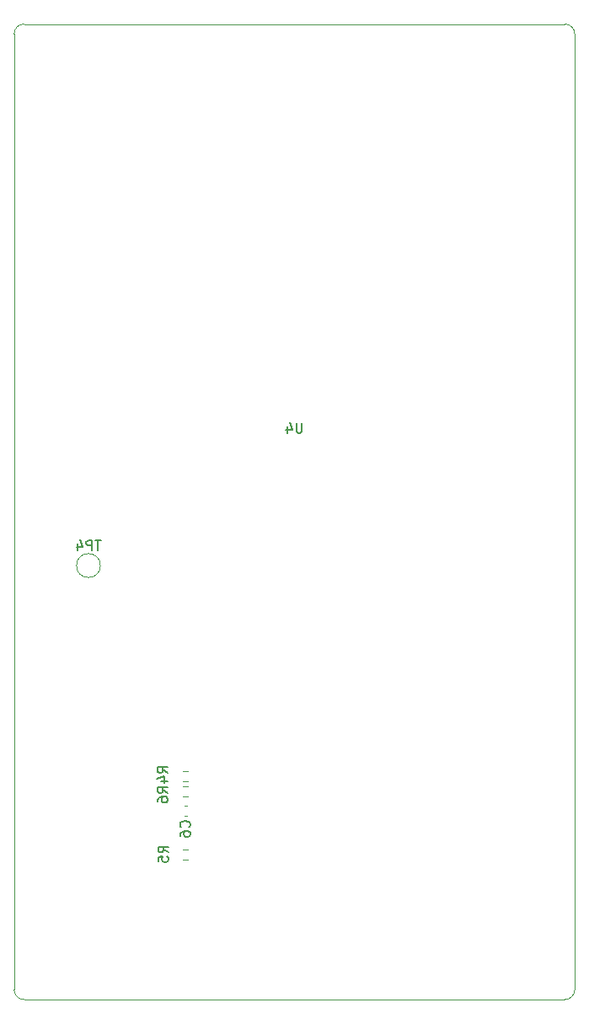
<source format=gbo>
%TF.GenerationSoftware,KiCad,Pcbnew,5.1.10-88a1d61d58~88~ubuntu20.04.1*%
%TF.CreationDate,2021-06-24T14:50:30-05:00*%
%TF.ProjectId,MiOrigin,4d694f72-6967-4696-9e2e-6b696361645f,rev?*%
%TF.SameCoordinates,Original*%
%TF.FileFunction,Legend,Bot*%
%TF.FilePolarity,Positive*%
%FSLAX46Y46*%
G04 Gerber Fmt 4.6, Leading zero omitted, Abs format (unit mm)*
G04 Created by KiCad (PCBNEW 5.1.10-88a1d61d58~88~ubuntu20.04.1) date 2021-06-24 14:50:30*
%MOMM*%
%LPD*%
G01*
G04 APERTURE LIST*
%TA.AperFunction,Profile*%
%ADD10C,0.010000*%
%TD*%
%ADD11C,0.120000*%
%ADD12C,0.150000*%
G04 APERTURE END LIST*
D10*
X125580000Y-143500000D02*
G75*
G02*
X124580000Y-142500000I0J1000000D01*
G01*
X180920000Y-142500000D02*
G75*
G02*
X179920000Y-143500000I-1000000J0D01*
G01*
X179920000Y-45500000D02*
G75*
G02*
X180920000Y-46500000I0J-1000000D01*
G01*
X124580000Y-46500000D02*
G75*
G02*
X125580000Y-45500000I1000000J0D01*
G01*
X124580000Y-142500000D02*
X124580000Y-46500000D01*
X180920000Y-142500000D02*
X180920000Y-46500000D01*
X179920000Y-143500000D02*
X125580000Y-143500000D01*
X125580000Y-45500000D02*
X179920000Y-45500000D01*
D11*
%TO.C,TP4*%
X133250000Y-99900000D02*
G75*
G03*
X133250000Y-99900000I-1200000J0D01*
G01*
%TO.C,R6*%
X142047858Y-123114700D02*
X141573342Y-123114700D01*
X142047858Y-122069700D02*
X141573342Y-122069700D01*
%TO.C,R4*%
X142047858Y-121565300D02*
X141573342Y-121565300D01*
X142047858Y-120520300D02*
X141573342Y-120520300D01*
%TO.C,C6*%
X141950980Y-125083400D02*
X141669820Y-125083400D01*
X141950980Y-124063400D02*
X141669820Y-124063400D01*
%TO.C,R5*%
X141573342Y-129464700D02*
X142047858Y-129464700D01*
X141573342Y-128419700D02*
X142047858Y-128419700D01*
%TD*%
%TO.C,U4*%
D12*
X153511904Y-85570380D02*
X153511904Y-86379904D01*
X153464285Y-86475142D01*
X153416666Y-86522761D01*
X153321428Y-86570380D01*
X153130952Y-86570380D01*
X153035714Y-86522761D01*
X152988095Y-86475142D01*
X152940476Y-86379904D01*
X152940476Y-85570380D01*
X152035714Y-85903714D02*
X152035714Y-86570380D01*
X152273809Y-85522761D02*
X152511904Y-86237047D01*
X151892857Y-86237047D01*
%TO.C,TP4*%
X133311904Y-97354380D02*
X132740476Y-97354380D01*
X133026190Y-98354380D02*
X133026190Y-97354380D01*
X132407142Y-98354380D02*
X132407142Y-97354380D01*
X132026190Y-97354380D01*
X131930952Y-97402000D01*
X131883333Y-97449619D01*
X131835714Y-97544857D01*
X131835714Y-97687714D01*
X131883333Y-97782952D01*
X131930952Y-97830571D01*
X132026190Y-97878190D01*
X132407142Y-97878190D01*
X130978571Y-97687714D02*
X130978571Y-98354380D01*
X131216666Y-97306761D02*
X131454761Y-98021047D01*
X130835714Y-98021047D01*
%TO.C,R6*%
X140014580Y-122755733D02*
X139538390Y-122422400D01*
X140014580Y-122184304D02*
X139014580Y-122184304D01*
X139014580Y-122565257D01*
X139062200Y-122660495D01*
X139109819Y-122708114D01*
X139205057Y-122755733D01*
X139347914Y-122755733D01*
X139443152Y-122708114D01*
X139490771Y-122660495D01*
X139538390Y-122565257D01*
X139538390Y-122184304D01*
X139014580Y-123612876D02*
X139014580Y-123422400D01*
X139062200Y-123327161D01*
X139109819Y-123279542D01*
X139252676Y-123184304D01*
X139443152Y-123136685D01*
X139824104Y-123136685D01*
X139919342Y-123184304D01*
X139966961Y-123231923D01*
X140014580Y-123327161D01*
X140014580Y-123517638D01*
X139966961Y-123612876D01*
X139919342Y-123660495D01*
X139824104Y-123708114D01*
X139586009Y-123708114D01*
X139490771Y-123660495D01*
X139443152Y-123612876D01*
X139395533Y-123517638D01*
X139395533Y-123327161D01*
X139443152Y-123231923D01*
X139490771Y-123184304D01*
X139586009Y-123136685D01*
%TO.C,R4*%
X139989180Y-120723733D02*
X139512990Y-120390400D01*
X139989180Y-120152304D02*
X138989180Y-120152304D01*
X138989180Y-120533257D01*
X139036800Y-120628495D01*
X139084419Y-120676114D01*
X139179657Y-120723733D01*
X139322514Y-120723733D01*
X139417752Y-120676114D01*
X139465371Y-120628495D01*
X139512990Y-120533257D01*
X139512990Y-120152304D01*
X139322514Y-121580876D02*
X139989180Y-121580876D01*
X138941561Y-121342780D02*
X139655847Y-121104685D01*
X139655847Y-121723733D01*
%TO.C,C6*%
X142167542Y-126184733D02*
X142215161Y-126137114D01*
X142262780Y-125994257D01*
X142262780Y-125899019D01*
X142215161Y-125756161D01*
X142119923Y-125660923D01*
X142024685Y-125613304D01*
X141834209Y-125565685D01*
X141691352Y-125565685D01*
X141500876Y-125613304D01*
X141405638Y-125660923D01*
X141310400Y-125756161D01*
X141262780Y-125899019D01*
X141262780Y-125994257D01*
X141310400Y-126137114D01*
X141358019Y-126184733D01*
X141262780Y-127041876D02*
X141262780Y-126851400D01*
X141310400Y-126756161D01*
X141358019Y-126708542D01*
X141500876Y-126613304D01*
X141691352Y-126565685D01*
X142072304Y-126565685D01*
X142167542Y-126613304D01*
X142215161Y-126660923D01*
X142262780Y-126756161D01*
X142262780Y-126946638D01*
X142215161Y-127041876D01*
X142167542Y-127089495D01*
X142072304Y-127137114D01*
X141834209Y-127137114D01*
X141738971Y-127089495D01*
X141691352Y-127041876D01*
X141643733Y-126946638D01*
X141643733Y-126756161D01*
X141691352Y-126660923D01*
X141738971Y-126613304D01*
X141834209Y-126565685D01*
%TO.C,R5*%
X140065380Y-128724733D02*
X139589190Y-128391400D01*
X140065380Y-128153304D02*
X139065380Y-128153304D01*
X139065380Y-128534257D01*
X139113000Y-128629495D01*
X139160619Y-128677114D01*
X139255857Y-128724733D01*
X139398714Y-128724733D01*
X139493952Y-128677114D01*
X139541571Y-128629495D01*
X139589190Y-128534257D01*
X139589190Y-128153304D01*
X139065380Y-129629495D02*
X139065380Y-129153304D01*
X139541571Y-129105685D01*
X139493952Y-129153304D01*
X139446333Y-129248542D01*
X139446333Y-129486638D01*
X139493952Y-129581876D01*
X139541571Y-129629495D01*
X139636809Y-129677114D01*
X139874904Y-129677114D01*
X139970142Y-129629495D01*
X140017761Y-129581876D01*
X140065380Y-129486638D01*
X140065380Y-129248542D01*
X140017761Y-129153304D01*
X139970142Y-129105685D01*
%TD*%
M02*

</source>
